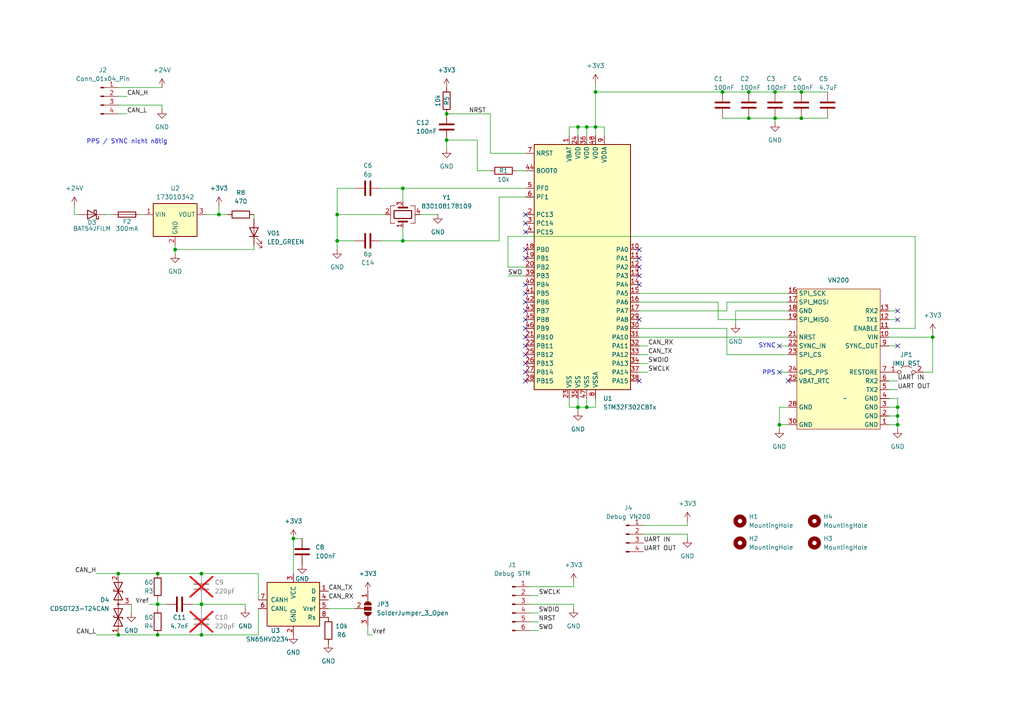
<source format=kicad_sch>
(kicad_sch (version 20231120) (generator "eeschema") (generator_version "8.0")
  (paper "A4")
  (lib_symbols
    (symbol "Connector:Conn_01x04_Pin" (pin_names (offset 1.016) hide)
      (property "Reference" "J" (at 0 5.08 0))
      (property "Value" "Conn_01x04_Pin" (at 0 -7.62 0))
      (symbol "Conn_01x04_Pin_1_1"
        (polyline (pts (xy 1.27 -5.08) (xy 0.8636 -5.08)) (stroke (width 0.1524)))
        (polyline (pts (xy 1.27 -2.54) (xy 0.8636 -2.54)) (stroke (width 0.1524)))
        (polyline (pts (xy 1.27 0) (xy 0.8636 0)) (stroke (width 0.1524)))
        (polyline (pts (xy 1.27 2.54) (xy 0.8636 2.54)) (stroke (width 0.1524)))
        (rectangle (start 0.8636 -4.953) (end 0 -5.207) (stroke (width 0.1524)) (fill (type outline)))
        (rectangle (start 0.8636 -2.413) (end 0 -2.667) (stroke (width 0.1524)) (fill (type outline)))
        (rectangle (start 0.8636 0.127) (end 0 -0.127) (stroke (width 0.1524)) (fill (type outline)))
        (rectangle (start 0.8636 2.667) (end 0 2.413) (stroke (width 0.1524)) (fill (type outline)))
        (pin passive line (at 5.08 2.54 180) (length 3.81) (name "Pin_1") (number "1"))
        (pin passive line (at 5.08 0 180) (length 3.81) (name "Pin_2") (number "2"))
        (pin passive line (at 5.08 -2.54 180) (length 3.81) (name "Pin_3") (number "3"))
        (pin passive line (at 5.08 -5.08 180) (length 3.81) (name "Pin_4") (number "4"))
      )
    )
    (symbol "Connector:Conn_01x06_Pin" (pin_names (offset 1.016) hide)
      (property "Reference" "J" (at 0 7.62 0))
      (property "Value" "Conn_01x06_Pin" (at 0 -10.16 0))
      (symbol "Conn_01x06_Pin_1_1"
        (polyline (pts (xy 1.27 -7.62) (xy 0.8636 -7.62)) (stroke (width 0.1524)))
        (polyline (pts (xy 1.27 -5.08) (xy 0.8636 -5.08)) (stroke (width 0.1524)))
        (polyline (pts (xy 1.27 -2.54) (xy 0.8636 -2.54)) (stroke (width 0.1524)))
        (polyline (pts (xy 1.27 0) (xy 0.8636 0)) (stroke (width 0.1524)))
        (polyline (pts (xy 1.27 2.54) (xy 0.8636 2.54)) (stroke (width 0.1524)))
        (polyline (pts (xy 1.27 5.08) (xy 0.8636 5.08)) (stroke (width 0.1524)))
        (rectangle (start 0.8636 -7.493) (end 0 -7.747) (stroke (width 0.1524)) (fill (type outline)))
        (rectangle (start 0.8636 -4.953) (end 0 -5.207) (stroke (width 0.1524)) (fill (type outline)))
        (rectangle (start 0.8636 -2.413) (end 0 -2.667) (stroke (width 0.1524)) (fill (type outline)))
        (rectangle (start 0.8636 0.127) (end 0 -0.127) (stroke (width 0.1524)) (fill (type outline)))
        (rectangle (start 0.8636 2.667) (end 0 2.413) (stroke (width 0.1524)) (fill (type outline)))
        (rectangle (start 0.8636 5.207) (end 0 4.953) (stroke (width 0.1524)) (fill (type outline)))
        (pin passive line (at 5.08 5.08 180) (length 3.81) (name "Pin_1") (number "1"))
        (pin passive line (at 5.08 2.54 180) (length 3.81) (name "Pin_2") (number "2"))
        (pin passive line (at 5.08 0 180) (length 3.81) (name "Pin_3") (number "3"))
        (pin passive line (at 5.08 -2.54 180) (length 3.81) (name "Pin_4") (number "4"))
        (pin passive line (at 5.08 -5.08 180) (length 3.81) (name "Pin_5") (number "5"))
        (pin passive line (at 5.08 -7.62 180) (length 3.81) (name "Pin_6") (number "6"))
      )
    )
    (symbol "Device:C" (pin_numbers hide) (pin_names (offset 0.254))
      (property "Reference" "C" (at 0.635 2.54 0))
      (property "Value" "C" (at 0.635 -2.54 0))
      (symbol "C_0_1"
        (polyline (pts (xy -2.032 -0.762) (xy 2.032 -0.762)) (stroke (width 0.508)))
        (polyline (pts (xy -2.032 0.762) (xy 2.032 0.762)) (stroke (width 0.508)))
      )
      (symbol "C_1_1"
        (pin passive line (at 0 3.81 270) (length 2.794) (name "~") (number "1"))
        (pin passive line (at 0 -3.81 90) (length 2.794) (name "~") (number "2"))
      )
    )
    (symbol "Device:D_Schottky" (pin_numbers hide) (pin_names (offset 1.016) hide)
      (property "Reference" "D" (at 0 2.54 0))
      (property "Value" "D_Schottky" (at 0 -2.54 0))
      (symbol "D_Schottky_0_1"
        (polyline (pts (xy 1.27 0) (xy -1.27 0)))
        (polyline (pts (xy 1.27 1.27) (xy 1.27 -1.27) (xy -1.27 0) (xy 1.27 1.27)) (stroke (width 0.254)))
        (polyline (pts (xy -1.905 0.635) (xy -1.905 1.27) (xy -1.27 1.27) (xy -1.27 -1.27) (xy -0.635 -1.27) (xy -0.635 -0.635)) (stroke (width 0.254)))
      )
      (symbol "D_Schottky_1_1"
        (pin passive line (at -3.81 0 0) (length 2.54) (name "K") (number "1"))
        (pin passive line (at 3.81 0 180) (length 2.54) (name "A") (number "2"))
      )
    )
    (symbol "Device:D_TVS_Dual_AAC" (pin_names (offset 1.016) hide)
      (property "Reference" "D" (at 0 4.445 0))
      (property "Value" "D_TVS_Dual_AAC" (at 0 2.54 0))
      (symbol "D_TVS_Dual_AAC_0_0"
        (polyline (pts (xy 0 -1.27) (xy 0 0)))
      )
      (symbol "D_TVS_Dual_AAC_0_1"
        (polyline (pts (xy -6.35 0) (xy 6.35 0)))
        (polyline (pts (xy -3.302 1.27) (xy -3.81 1.27) (xy -3.81 -1.27) (xy -4.318 -1.27)) (stroke (width 0.254)))
        (polyline (pts (xy 4.318 1.27) (xy 3.81 1.27) (xy 3.81 -1.27) (xy 3.302 -1.27)) (stroke (width 0.254)))
        (polyline (pts (xy -6.35 1.27) (xy -1.27 -1.27) (xy -1.27 1.27) (xy -6.35 -1.27) (xy -6.35 1.27)) (stroke (width 0.254)))
        (polyline (pts (xy 6.35 1.27) (xy 1.27 -1.27) (xy 1.27 1.27) (xy 6.35 -1.27) (xy 6.35 1.27)) (stroke (width 0.254)))
        (circle (center 0 0) (radius 0.254) (fill (type outline)))
      )
      (symbol "D_TVS_Dual_AAC_1_1"
        (pin passive line (at -8.89 0 0) (length 2.54) (name "A1") (number "1"))
        (pin passive line (at 8.89 0 180) (length 2.54) (name "A2") (number "2"))
        (pin input line (at 0 -3.81 90) (length 2.54) (name "common") (number "3"))
      )
    )
    (symbol "Device:Fuse" (pin_numbers hide) (pin_names (offset 0))
      (property "Reference" "F" (at 2.032 0 90))
      (property "Value" "Fuse" (at -1.905 0 90))
      (symbol "Fuse_0_1"
        (rectangle (start -0.762 -2.54) (end 0.762 2.54) (stroke (width 0.254)))
        (polyline (pts (xy 0 2.54) (xy 0 -2.54)))
      )
      (symbol "Fuse_1_1"
        (pin passive line (at 0 3.81 270) (length 1.27) (name "~") (number "1"))
        (pin passive line (at 0 -3.81 90) (length 1.27) (name "~") (number "2"))
      )
    )
    (symbol "Device:LED" (pin_numbers hide) (pin_names (offset 1.016) hide)
      (property "Reference" "D" (at 0 2.54 0))
      (property "Value" "LED" (at 0 -2.54 0))
      (symbol "LED_0_1"
        (polyline (pts (xy -1.27 -1.27) (xy -1.27 1.27)) (stroke (width 0.254)))
        (polyline (pts (xy -1.27 0) (xy 1.27 0)))
        (polyline (pts (xy 1.27 -1.27) (xy 1.27 1.27) (xy -1.27 0) (xy 1.27 -1.27)) (stroke (width 0.254)))
        (polyline (pts (xy -3.048 -0.762) (xy -4.572 -2.286) (xy -3.81 -2.286) (xy -4.572 -2.286) (xy -4.572 -1.524)))
        (polyline (pts (xy -1.778 -0.762) (xy -3.302 -2.286) (xy -2.54 -2.286) (xy -3.302 -2.286) (xy -3.302 -1.524)))
      )
      (symbol "LED_1_1"
        (pin passive line (at -3.81 0 0) (length 2.54) (name "K") (number "1"))
        (pin passive line (at 3.81 0 180) (length 2.54) (name "A") (number "2"))
      )
    )
    (symbol "Device:R" (pin_numbers hide) (pin_names (offset 0))
      (property "Reference" "R" (at 2.032 0 90))
      (property "Value" "R" (at 0 0 90))
      (symbol "R_0_1"
        (rectangle (start -1.016 -2.54) (end 1.016 2.54) (stroke (width 0.254)))
      )
      (symbol "R_1_1"
        (pin passive line (at 0 3.81 270) (length 1.27) (name "~") (number "1"))
        (pin passive line (at 0 -3.81 90) (length 1.27) (name "~") (number "2"))
      )
    )
    (symbol "FaSTTUBe_Crystals:830108178109" (pin_names (offset 1.016) hide)
      (property "Reference" "Y" (at 3.175 5.08 0))
      (property "Value" "830108178109" (at 3.175 3.175 0))
      (symbol "830108178109_0_1"
        (rectangle (start -1.143 2.54) (end 1.143 -2.54) (stroke (width 0.3048)))
        (polyline (pts (xy -2.54 0) (xy -2.032 0)))
        (polyline (pts (xy -2.032 -1.27) (xy -2.032 1.27)) (stroke (width 0.508)))
        (polyline (pts (xy 0 -3.81) (xy 0 -3.556)))
        (polyline (pts (xy 0 3.556) (xy 0 3.81)))
        (polyline (pts (xy 2.032 -1.27) (xy 2.032 1.27)) (stroke (width 0.508)))
        (polyline (pts (xy 2.032 0) (xy 2.54 0)))
        (polyline (pts (xy -2.54 -2.286) (xy -2.54 -3.556) (xy 2.54 -3.556) (xy 2.54 -2.286)))
        (polyline (pts (xy -2.54 2.286) (xy -2.54 3.556) (xy 2.54 3.556) (xy 2.54 2.286)))
      )
      (symbol "830108178109_1_1"
        (pin passive line (at -3.81 0 0) (length 1.27) (name "1") (number "1"))
        (pin passive line (at 0 5.08 270) (length 1.27) (name "2") (number "2"))
        (pin passive line (at 3.81 0 180) (length 1.27) (name "3") (number "3"))
        (pin passive line (at 0 -5.08 90) (length 1.27) (name "4") (number "4"))
      )
    )
    (symbol "FaSTTUBe_Voltage_Regulators:173010342"
      (property "Reference" "U" (at -1.27 7.874 0))
      (property "Value" "173010342" (at -5.588 6.096 0))
      (symbol "173010342_0_1"
        (rectangle (start -6.35 4.445) (end 6.35 -5.08) (stroke (width 0.254)) (fill (type background)))
      )
      (symbol "173010342_1_1"
        (pin power_in line (at -8.89 1.27 0) (length 2.54) (name "VIN") (number "1"))
        (pin power_in line (at 0 -7.62 90) (length 2.54) (name "GND") (number "2"))
        (pin power_out line (at 8.89 1.27 180) (length 2.54) (name "VOUT") (number "3"))
      )
    )
    (symbol "GND_2" (power) (pin_numbers hide) (pin_names (offset 0) hide)
      (property "Value" "GND" (at 0 -3.81 0))
      (symbol "GND_2_0_1"
        (polyline (pts (xy 0 0) (xy 0 -1.27) (xy 1.27 -1.27) (xy 0 -2.54) (xy -1.27 -1.27) (xy 0 -1.27)))
      )
      (symbol "GND_2_1_1"
        (pin power_in line (at 0 0 270) (length 0) (name "~") (number "1"))
      )
    )
    (symbol "IMUs:VN-200"
      (property "Reference" "VN200" (at -0.635 22.86 0))
      (property "Value" "~" (at 1.27 -11.43 0))
      (symbol "VN-200_1_1"
        (rectangle (start -12.7 20.32) (end 11.43 -20.32) (fill (type background)))
        (pin power_in line (at 13.97 -19.05 180) (length 2.54) (name "GND") (number "1"))
        (pin power_in line (at 13.97 6.35 180) (length 2.54) (name "VIN") (number "10"))
        (pin input line (at 13.97 8.89 180) (length 2.54) (name "ENABLE") (number "11"))
        (pin output line (at 13.97 11.43 180) (length 2.54) (name "TX1") (number "12"))
        (pin input line (at 13.97 13.97 180) (length 2.54) (name "RX2") (number "13"))
        (pin input line (at -15.24 19.05 0) (length 2.54) (name "SPI_SCK") (number "16"))
        (pin input line (at -15.24 16.51 0) (length 2.54) (name "SPI_MOSI") (number "17"))
        (pin power_in line (at -15.24 13.97 0) (length 2.54) (name "GND") (number "18"))
        (pin output line (at -15.24 11.43 0) (length 2.54) (name "SPI_MISO") (number "19"))
        (pin power_in line (at 13.97 -16.51 180) (length 2.54) (name "GND") (number "2"))
        (pin input line (at -15.24 6.35 0) (length 2.54) (name "NRST") (number "21"))
        (pin input line (at -15.24 3.81 0) (length 2.54) (name "SYNC_IN") (number "22"))
        (pin input line (at -15.24 1.27 0) (length 2.54) (name "SPI_CS") (number "23"))
        (pin output line (at -15.24 -3.81 0) (length 2.54) (name "GPS_PPS") (number "24"))
        (pin power_in line (at -15.24 -6.35 0) (length 2.54) (name "VBAT_RTC") (number "25"))
        (pin power_in line (at -15.24 -13.97 0) (length 2.54) (name "GND") (number "28"))
        (pin power_in line (at 13.97 -13.97 180) (length 2.54) (name "GND") (number "3"))
        (pin power_in line (at -15.24 -19.05 0) (length 2.54) (name "GND") (number "30"))
        (pin power_in line (at 13.97 -11.43 180) (length 2.54) (name "GND") (number "4"))
        (pin output line (at 13.97 -8.89 180) (length 2.54) (name "TX2") (number "5"))
        (pin input line (at 13.97 -6.35 180) (length 2.54) (name "RX2") (number "6"))
        (pin input line (at 13.97 -3.81 180) (length 2.54) (name "RESTORE") (number "7"))
        (pin output line (at 13.97 3.81 180) (length 2.54) (name "SYNC_OUT") (number "9"))
      )
    )
    (symbol "Interface_CAN_LIN:SN65HVD231" (pin_names (offset 1.016))
      (property "Reference" "U" (at -2.54 10.16 0))
      (property "Value" "SN65HVD231" (at -2.54 7.62 0))
      (symbol "SN65HVD231_0_1"
        (rectangle (start -7.62 5.08) (end 7.62 -7.62) (stroke (width 0.254)) (fill (type background)))
      )
      (symbol "SN65HVD231_1_1"
        (pin input line (at -10.16 2.54 0) (length 2.54) (name "D") (number "1"))
        (pin power_in line (at 0 -10.16 90) (length 2.54) (name "GND") (number "2"))
        (pin power_in line (at 0 7.62 270) (length 2.54) (name "VCC") (number "3"))
        (pin output line (at -10.16 0 0) (length 2.54) (name "R") (number "4"))
        (pin output line (at -10.16 -2.54 0) (length 2.54) (name "Vref") (number "5"))
        (pin bidirectional line (at 10.16 -2.54 180) (length 2.54) (name "CANL") (number "6"))
        (pin bidirectional line (at 10.16 0 180) (length 2.54) (name "CANH") (number "7"))
        (pin input line (at -10.16 -5.08 0) (length 2.54) (name "Rs") (number "8"))
      )
    )
    (symbol "Jumper:Jumper_2_Open" (pin_names (offset 0) hide)
      (property "Reference" "JP" (at 0 2.794 0))
      (property "Value" "Jumper_2_Open" (at 0 -2.286 0))
      (symbol "Jumper_2_Open_0_0"
        (circle (center -2.032 0) (radius 0.508))
        (circle (center 2.032 0) (radius 0.508))
      )
      (symbol "Jumper_2_Open_0_1"
        (arc (start 1.524 1.27) (mid 0 1.778) (end -1.524 1.27))
      )
      (symbol "Jumper_2_Open_1_1"
        (pin passive line (at -5.08 0 0) (length 2.54) (name "A") (number "1"))
        (pin passive line (at 5.08 0 180) (length 2.54) (name "B") (number "2"))
      )
    )
    (symbol "Jumper:SolderJumper_3_Open" (pin_names (offset 0) hide)
      (property "Reference" "JP" (at -2.54 -2.54 0))
      (property "Value" "SolderJumper_3_Open" (at 0 2.794 0))
      (symbol "SolderJumper_3_Open_0_1"
        (arc (start -1.016 1.016) (mid -2.0276 0) (end -1.016 -1.016))
        (arc (start -1.016 1.016) (mid -2.0276 0) (end -1.016 -1.016) (fill (type outline)))
        (rectangle (start -0.508 1.016) (end 0.508 -1.016) (fill (type outline)))
        (polyline (pts (xy -2.54 0) (xy -2.032 0)))
        (polyline (pts (xy -1.016 1.016) (xy -1.016 -1.016)))
        (polyline (pts (xy 0 -1.27) (xy 0 -1.016)))
        (polyline (pts (xy 1.016 1.016) (xy 1.016 -1.016)))
        (polyline (pts (xy 2.54 0) (xy 2.032 0)))
        (arc (start 1.016 -1.016) (mid 2.0276 0) (end 1.016 1.016))
        (arc (start 1.016 -1.016) (mid 2.0276 0) (end 1.016 1.016) (fill (type outline)))
      )
      (symbol "SolderJumper_3_Open_1_1"
        (pin passive line (at -5.08 0 0) (length 2.54) (name "A") (number "1"))
        (pin passive line (at 0 -3.81 90) (length 2.54) (name "C") (number "2"))
        (pin passive line (at 5.08 0 180) (length 2.54) (name "B") (number "3"))
      )
    )
    (symbol "MCU_ST_STM32F3:STM32F302CBTx"
      (property "Reference" "U" (at -15.24 36.83 0))
      (property "Value" "STM32F302CBTx" (at 7.62 36.83 0))
      (symbol "STM32F302CBTx_0_1"
        (rectangle (start -15.24 -35.56) (end 12.7 35.56) (stroke (width 0.254)) (fill (type background)))
      )
      (symbol "STM32F302CBTx_1_1"
        (pin power_in line (at -5.08 38.1 270) (length 2.54) (name "VBAT") (number "1"))
        (pin bidirectional line (at 15.24 5.08 180) (length 2.54) (name "PA0") (number "10"))
        (pin bidirectional line (at 15.24 2.54 180) (length 2.54) (name "PA1") (number "11"))
        (pin bidirectional line (at 15.24 0 180) (length 2.54) (name "PA2") (number "12"))
        (pin bidirectional line (at 15.24 -2.54 180) (length 2.54) (name "PA3") (number "13"))
        (pin bidirectional line (at 15.24 -5.08 180) (length 2.54) (name "PA4") (number "14"))
        (pin bidirectional line (at 15.24 -7.62 180) (length 2.54) (name "PA5") (number "15"))
        (pin bidirectional line (at 15.24 -10.16 180) (length 2.54) (name "PA6") (number "16"))
        (pin bidirectional line (at 15.24 -12.7 180) (length 2.54) (name "PA7") (number "17"))
        (pin bidirectional line (at -17.78 5.08 0) (length 2.54) (name "PB0") (number "18"))
        (pin bidirectional line (at -17.78 2.54 0) (length 2.54) (name "PB1") (number "19"))
        (pin bidirectional line (at -17.78 15.24 0) (length 2.54) (name "PC13") (number "2"))
        (pin bidirectional line (at -17.78 0 0) (length 2.54) (name "PB2") (number "20"))
        (pin bidirectional line (at -17.78 -20.32 0) (length 2.54) (name "PB10") (number "21"))
        (pin bidirectional line (at -17.78 -22.86 0) (length 2.54) (name "PB11") (number "22"))
        (pin power_in line (at -5.08 -38.1 90) (length 2.54) (name "VSS") (number "23"))
        (pin power_in line (at -2.54 38.1 270) (length 2.54) (name "VDD") (number "24"))
        (pin bidirectional line (at -17.78 -25.4 0) (length 2.54) (name "PB12") (number "25"))
        (pin bidirectional line (at -17.78 -27.94 0) (length 2.54) (name "PB13") (number "26"))
        (pin bidirectional line (at -17.78 -30.48 0) (length 2.54) (name "PB14") (number "27"))
        (pin bidirectional line (at -17.78 -33.02 0) (length 2.54) (name "PB15") (number "28"))
        (pin bidirectional line (at 15.24 -15.24 180) (length 2.54) (name "PA8") (number "29"))
        (pin bidirectional line (at -17.78 12.7 0) (length 2.54) (name "PC14") (number "3"))
        (pin bidirectional line (at 15.24 -17.78 180) (length 2.54) (name "PA9") (number "30"))
        (pin bidirectional line (at 15.24 -20.32 180) (length 2.54) (name "PA10") (number "31"))
        (pin bidirectional line (at 15.24 -22.86 180) (length 2.54) (name "PA11") (number "32"))
        (pin bidirectional line (at 15.24 -25.4 180) (length 2.54) (name "PA12") (number "33"))
        (pin bidirectional line (at 15.24 -27.94 180) (length 2.54) (name "PA13") (number "34"))
        (pin power_in line (at -2.54 -38.1 90) (length 2.54) (name "VSS") (number "35"))
        (pin power_in line (at 0 38.1 270) (length 2.54) (name "VDD") (number "36"))
        (pin bidirectional line (at 15.24 -30.48 180) (length 2.54) (name "PA14") (number "37"))
        (pin bidirectional line (at 15.24 -33.02 180) (length 2.54) (name "PA15") (number "38"))
        (pin bidirectional line (at -17.78 -2.54 0) (length 2.54) (name "PB3") (number "39"))
        (pin bidirectional line (at -17.78 10.16 0) (length 2.54) (name "PC15") (number "4"))
        (pin bidirectional line (at -17.78 -5.08 0) (length 2.54) (name "PB4") (number "40"))
        (pin bidirectional line (at -17.78 -7.62 0) (length 2.54) (name "PB5") (number "41"))
        (pin bidirectional line (at -17.78 -10.16 0) (length 2.54) (name "PB6") (number "42"))
        (pin bidirectional line (at -17.78 -12.7 0) (length 2.54) (name "PB7") (number "43"))
        (pin input line (at -17.78 27.94 0) (length 2.54) (name "BOOT0") (number "44"))
        (pin bidirectional line (at -17.78 -15.24 0) (length 2.54) (name "PB8") (number "45"))
        (pin bidirectional line (at -17.78 -17.78 0) (length 2.54) (name "PB9") (number "46"))
        (pin power_in line (at 0 -38.1 90) (length 2.54) (name "VSS") (number "47"))
        (pin power_in line (at 2.54 38.1 270) (length 2.54) (name "VDD") (number "48"))
        (pin input line (at -17.78 22.86 0) (length 2.54) (name "PF0") (number "5"))
        (pin input line (at -17.78 20.32 0) (length 2.54) (name "PF1") (number "6"))
        (pin input line (at -17.78 33.02 0) (length 2.54) (name "NRST") (number "7"))
        (pin power_in line (at 2.54 -38.1 90) (length 2.54) (name "VSSA") (number "8"))
        (pin power_in line (at 5.08 38.1 270) (length 2.54) (name "VDDA") (number "9"))
      )
    )
    (symbol "Mechanical:MountingHole" (pin_names (offset 1.016)) (exclude_from_sim yes) (in_bom no)
      (property "Reference" "H" (at 0 5.08 0))
      (property "Value" "MountingHole" (at 0 3.175 0))
      (symbol "MountingHole_0_1"
        (circle (center 0 0) (radius 1.27) (stroke (width 1.27)))
      )
    )
    (symbol "power:+24V" (power) (pin_numbers hide) (pin_names (offset 0) hide)
      (property "Value" "+24V" (at 0 3.556 0))
      (symbol "+24V_0_1"
        (polyline (pts (xy -0.762 1.27) (xy 0 2.54)))
        (polyline (pts (xy 0 0) (xy 0 2.54)))
        (polyline (pts (xy 0 2.54) (xy 0.762 1.27)))
      )
      (symbol "+24V_1_1"
        (pin power_in line (at 0 0 90) (length 0) (name "~") (number "1"))
      )
    )
    (symbol "power:+3V3" (power) (pin_numbers hide) (pin_names (offset 0) hide)
      (property "Value" "+3V3" (at 0 3.556 0))
      (symbol "+3V3_0_1"
        (polyline (pts (xy -0.762 1.27) (xy 0 2.54)))
        (polyline (pts (xy 0 0) (xy 0 2.54)))
        (polyline (pts (xy 0 2.54) (xy 0.762 1.27)))
      )
      (symbol "+3V3_1_1"
        (pin power_in line (at 0 0 90) (length 0) (name "~") (number "1"))
      )
    )
  )
  (junction (at 129.54 33.02))
  (junction (at 217.17 34.29))
  (junction (at 170.18 36.83))
  (junction (at 45.72 184.15))
  (junction (at 226.06 123.19))
  (junction (at 34.29 166.37))
  (junction (at 172.72 36.83))
  (junction (at 170.18 118.11))
  (junction (at 45.72 166.37))
  (junction (at 172.72 26.67))
  (junction (at 45.72 175.26))
  (junction (at 167.64 118.11))
  (junction (at 58.42 175.26))
  (junction (at 50.8 72.39))
  (junction (at 260.35 123.19))
  (junction (at 58.42 184.15))
  (junction (at 167.64 36.83))
  (junction (at 129.54 40.64))
  (junction (at 97.79 69.85))
  (junction (at 224.79 26.67))
  (junction (at 270.51 97.79))
  (junction (at 34.29 184.15))
  (junction (at 85.09 156.21))
  (junction (at 217.17 26.67))
  (junction (at 232.41 26.67))
  (junction (at 209.55 26.67))
  (junction (at 224.79 34.29))
  (junction (at 116.84 54.61))
  (junction (at 260.35 120.65))
  (junction (at 260.35 118.11))
  (junction (at 97.79 62.23))
  (junction (at 58.42 166.37))
  (junction (at 63.5 62.23))
  (junction (at 116.84 69.85))
  (junction (at 232.41 34.29))
  (no_connect (at 152.4 105.41))
  (no_connect (at 152.4 74.93))
  (no_connect (at 152.4 102.87))
  (no_connect (at 185.42 77.47))
  (no_connect (at 152.4 110.49))
  (no_connect (at 260.35 90.17))
  (no_connect (at 152.4 92.71))
  (no_connect (at 152.4 100.33))
  (no_connect (at 152.4 95.25))
  (no_connect (at 152.4 87.63))
  (no_connect (at 260.35 100.33))
  (no_connect (at 152.4 62.23))
  (no_connect (at 185.42 72.39))
  (no_connect (at 228.6 110.49))
  (no_connect (at 152.4 64.77))
  (no_connect (at 152.4 67.31))
  (no_connect (at 185.42 92.71))
  (no_connect (at 226.06 100.33))
  (no_connect (at 185.42 80.01))
  (no_connect (at 226.06 107.95))
  (no_connect (at 152.4 107.95))
  (no_connect (at 185.42 110.49))
  (no_connect (at 185.42 74.93))
  (no_connect (at 152.4 90.17))
  (no_connect (at 152.4 85.09))
  (no_connect (at 185.42 82.55))
  (no_connect (at 152.4 72.39))
  (no_connect (at 260.35 92.71))
  (no_connect (at 152.4 82.55))
  (no_connect (at 152.4 97.79))
  (wire (pts (xy 106.68 184.15) (xy 106.68 181.61)))
  (wire (pts (xy 116.84 69.85) (xy 144.78 69.85)))
  (wire (pts (xy 138.43 49.53) (xy 142.24 49.53)))
  (wire (pts (xy 260.35 123.19) (xy 260.35 120.65)))
  (wire (pts (xy 210.82 102.87) (xy 228.6 102.87)))
  (wire (pts (xy 74.93 173.99) (xy 74.93 166.37)))
  (wire (pts (xy 45.72 184.15) (xy 58.42 184.15)))
  (wire (pts (xy 210.82 87.63) (xy 228.6 87.63)))
  (wire (pts (xy 74.93 166.37) (xy 58.42 166.37)))
  (wire (pts (xy 73.66 72.39) (xy 73.66 71.12)))
  (wire (pts (xy 149.86 49.53) (xy 152.4 49.53)))
  (wire (pts (xy 170.18 36.83) (xy 170.18 39.37)))
  (wire (pts (xy 95.25 176.53) (xy 102.87 176.53)))
  (wire (pts (xy 186.69 154.94) (xy 199.39 154.94)))
  (wire (pts (xy 43.18 175.26) (xy 45.72 175.26)))
  (wire (pts (xy 142.24 44.45) (xy 152.4 44.45)))
  (wire (pts (xy 34.29 25.4) (xy 46.99 25.4)))
  (wire (pts (xy 121.92 62.23) (xy 127 62.23)))
  (wire (pts (xy 147.32 68.58) (xy 265.43 68.58)))
  (wire (pts (xy 257.81 97.79) (xy 270.51 97.79)))
  (wire (pts (xy 185.42 95.25) (xy 210.82 95.25)))
  (wire (pts (xy 116.84 54.61) (xy 116.84 58.42)))
  (wire (pts (xy 170.18 36.83) (xy 172.72 36.83)))
  (wire (pts (xy 97.79 62.23) (xy 111.76 62.23)))
  (wire (pts (xy 217.17 34.29) (xy 224.79 34.29)))
  (wire (pts (xy 232.41 34.29) (xy 240.03 34.29)))
  (wire (pts (xy 170.18 118.11) (xy 170.18 115.57)))
  (wire (pts (xy 208.28 87.63) (xy 208.28 92.71)))
  (wire (pts (xy 147.32 68.58) (xy 147.32 77.47)))
  (wire (pts (xy 260.35 100.33) (xy 257.81 100.33)))
  (wire (pts (xy 27.94 184.15) (xy 34.29 184.15)))
  (wire (pts (xy 97.79 69.85) (xy 97.79 72.39)))
  (wire (pts (xy 185.42 85.09) (xy 228.6 85.09)))
  (wire (pts (xy 199.39 154.94) (xy 199.39 156.21)))
  (wire (pts (xy 267.97 107.95) (xy 270.51 107.95)))
  (wire (pts (xy 270.51 107.95) (xy 270.51 97.79)))
  (wire (pts (xy 217.17 26.67) (xy 224.79 26.67)))
  (wire (pts (xy 34.29 166.37) (xy 45.72 166.37)))
  (wire (pts (xy 66.04 62.23) (xy 63.5 62.23)))
  (wire (pts (xy 50.8 73.66) (xy 50.8 72.39)))
  (wire (pts (xy 210.82 95.25) (xy 210.82 102.87)))
  (wire (pts (xy 73.66 63.5) (xy 73.66 62.23)))
  (wire (pts (xy 226.06 123.19) (xy 228.6 123.19)))
  (wire (pts (xy 199.39 151.13) (xy 199.39 152.4)))
  (wire (pts (xy 228.6 118.11) (xy 226.06 118.11)))
  (wire (pts (xy 170.18 118.11) (xy 172.72 118.11)))
  (wire (pts (xy 50.8 72.39) (xy 73.66 72.39)))
  (wire (pts (xy 172.72 118.11) (xy 172.72 115.57)))
  (wire (pts (xy 165.1 36.83) (xy 167.64 36.83)))
  (wire (pts (xy 27.94 166.37) (xy 34.29 166.37)))
  (wire (pts (xy 185.42 90.17) (xy 210.82 90.17)))
  (wire (pts (xy 224.79 26.67) (xy 232.41 26.67)))
  (wire (pts (xy 232.41 26.67) (xy 240.03 26.67)))
  (wire (pts (xy 187.96 100.33) (xy 185.42 100.33)))
  (wire (pts (xy 50.8 72.39) (xy 50.8 71.12)))
  (wire (pts (xy 147.32 77.47) (xy 152.4 77.47)))
  (wire (pts (xy 167.64 36.83) (xy 167.64 39.37)))
  (wire (pts (xy 85.09 156.21) (xy 85.09 166.37)))
  (wire (pts (xy 187.96 105.41) (xy 185.42 105.41)))
  (wire (pts (xy 260.35 90.17) (xy 257.81 90.17)))
  (wire (pts (xy 153.67 175.26) (xy 166.37 175.26)))
  (wire (pts (xy 147.32 80.01) (xy 152.4 80.01)))
  (wire (pts (xy 45.72 166.37) (xy 58.42 166.37)))
  (wire (pts (xy 187.96 107.95) (xy 185.42 107.95)))
  (wire (pts (xy 74.93 176.53) (xy 74.93 184.15)))
  (wire (pts (xy 85.09 156.21) (xy 87.63 156.21)))
  (wire (pts (xy 116.84 66.04) (xy 116.84 69.85)))
  (wire (pts (xy 129.54 43.18) (xy 129.54 40.64)))
  (wire (pts (xy 175.26 36.83) (xy 175.26 39.37)))
  (wire (pts (xy 228.6 90.17) (xy 213.36 90.17)))
  (wire (pts (xy 172.72 36.83) (xy 172.72 39.37)))
  (wire (pts (xy 257.81 95.25) (xy 265.43 95.25)))
  (wire (pts (xy 21.59 62.23) (xy 22.86 62.23)))
  (wire (pts (xy 97.79 62.23) (xy 97.79 69.85)))
  (wire (pts (xy 107.95 184.15) (xy 106.68 184.15)))
  (wire (pts (xy 63.5 59.69) (xy 63.5 62.23)))
  (wire (pts (xy 129.54 40.64) (xy 138.43 40.64)))
  (wire (pts (xy 260.35 92.71) (xy 257.81 92.71)))
  (wire (pts (xy 138.43 40.64) (xy 138.43 49.53)))
  (wire (pts (xy 185.42 87.63) (xy 208.28 87.63)))
  (wire (pts (xy 226.06 100.33) (xy 228.6 100.33)))
  (wire (pts (xy 224.79 34.29) (xy 232.41 34.29)))
  (wire (pts (xy 40.64 62.23) (xy 41.91 62.23)))
  (wire (pts (xy 34.29 30.48) (xy 46.99 30.48)))
  (wire (pts (xy 144.78 57.15) (xy 152.4 57.15)))
  (wire (pts (xy 36.83 33.02) (xy 34.29 33.02)))
  (wire (pts (xy 71.12 176.53) (xy 71.12 175.26)))
  (wire (pts (xy 34.29 184.15) (xy 45.72 184.15)))
  (wire (pts (xy 59.69 62.23) (xy 63.5 62.23)))
  (wire (pts (xy 110.49 54.61) (xy 116.84 54.61)))
  (wire (pts (xy 224.79 35.56) (xy 224.79 34.29)))
  (wire (pts (xy 260.35 120.65) (xy 260.35 118.11)))
  (wire (pts (xy 210.82 90.17) (xy 210.82 87.63)))
  (wire (pts (xy 46.99 31.75) (xy 46.99 30.48)))
  (wire (pts (xy 213.36 90.17) (xy 213.36 93.98)))
  (wire (pts (xy 166.37 168.91) (xy 166.37 170.18)))
  (wire (pts (xy 226.06 107.95) (xy 228.6 107.95)))
  (wire (pts (xy 167.64 36.83) (xy 170.18 36.83)))
  (wire (pts (xy 260.35 124.46) (xy 260.35 123.19)))
  (wire (pts (xy 142.24 33.02) (xy 129.54 33.02)))
  (wire (pts (xy 172.72 26.67) (xy 172.72 36.83)))
  (wire (pts (xy 110.49 69.85) (xy 116.84 69.85)))
  (wire (pts (xy 167.64 119.38) (xy 167.64 118.11)))
  (wire (pts (xy 142.24 44.45) (xy 142.24 33.02)))
  (wire (pts (xy 172.72 26.67) (xy 209.55 26.67)))
  (wire (pts (xy 187.96 102.87) (xy 185.42 102.87)))
  (wire (pts (xy 172.72 24.13) (xy 172.72 26.67)))
  (wire (pts (xy 257.81 120.65) (xy 260.35 120.65)))
  (wire (pts (xy 55.88 175.26) (xy 58.42 175.26)))
  (wire (pts (xy 97.79 69.85) (xy 102.87 69.85)))
  (wire (pts (xy 208.28 92.71) (xy 228.6 92.71)))
  (wire (pts (xy 97.79 54.61) (xy 97.79 62.23)))
  (wire (pts (xy 45.72 173.99) (xy 45.72 175.26)))
  (wire (pts (xy 226.06 124.46) (xy 226.06 123.19)))
  (wire (pts (xy 116.84 54.61) (xy 152.4 54.61)))
  (wire (pts (xy 153.67 177.8) (xy 156.21 177.8)))
  (wire (pts (xy 260.35 113.03) (xy 257.81 113.03)))
  (wire (pts (xy 257.81 123.19) (xy 260.35 123.19)))
  (wire (pts (xy 165.1 118.11) (xy 165.1 115.57)))
  (wire (pts (xy 45.72 176.53) (xy 45.72 175.26)))
  (wire (pts (xy 199.39 152.4) (xy 186.69 152.4)))
  (wire (pts (xy 165.1 118.11) (xy 167.64 118.11)))
  (wire (pts (xy 144.78 69.85) (xy 144.78 57.15)))
  (wire (pts (xy 209.55 34.29) (xy 217.17 34.29)))
  (wire (pts (xy 45.72 175.26) (xy 48.26 175.26)))
  (wire (pts (xy 175.26 36.83) (xy 172.72 36.83)))
  (wire (pts (xy 167.64 118.11) (xy 167.64 115.57)))
  (wire (pts (xy 74.93 184.15) (xy 58.42 184.15)))
  (wire (pts (xy 165.1 36.83) (xy 165.1 39.37)))
  (wire (pts (xy 58.42 173.99) (xy 58.42 175.26)))
  (wire (pts (xy 166.37 175.26) (xy 166.37 176.53)))
  (wire (pts (xy 21.59 59.69) (xy 21.59 62.23)))
  (wire (pts (xy 226.06 118.11) (xy 226.06 123.19)))
  (wire (pts (xy 156.21 172.72) (xy 153.67 172.72)))
  (wire (pts (xy 102.87 54.61) (xy 97.79 54.61)))
  (wire (pts (xy 167.64 118.11) (xy 170.18 118.11)))
  (wire (pts (xy 153.67 182.88) (xy 156.21 182.88)))
  (wire (pts (xy 71.12 175.26) (xy 58.42 175.26)))
  (wire (pts (xy 265.43 68.58) (xy 265.43 95.25)))
  (wire (pts (xy 260.35 115.57) (xy 257.81 115.57)))
  (wire (pts (xy 257.81 118.11) (xy 260.35 118.11)))
  (wire (pts (xy 185.42 97.79) (xy 228.6 97.79)))
  (wire (pts (xy 260.35 110.49) (xy 257.81 110.49)))
  (wire (pts (xy 38.1 175.26) (xy 38.1 177.8)))
  (wire (pts (xy 58.42 176.53) (xy 58.42 175.26)))
  (wire (pts (xy 270.51 96.52) (xy 270.51 97.79)))
  (wire (pts (xy 36.83 27.94) (xy 34.29 27.94)))
  (wire (pts (xy 30.48 62.23) (xy 33.02 62.23)))
  (wire (pts (xy 166.37 170.18) (xy 153.67 170.18)))
  (wire (pts (xy 260.35 118.11) (xy 260.35 115.57)))
  (wire (pts (xy 209.55 26.67) (xy 217.17 26.67)))
  (wire (pts (xy 153.67 180.34) (xy 156.21 180.34)))
  (text "SYNC" (at 222.504 100.33 0) (effects (font (size 1.27 1.27))))
  (text "PPS\n" (at 223.012 108.204 0) (effects (font (size 1.27 1.27))))
  (text "PPS / SYNC nicht nötig" (at 36.83 41.148 0) (effects (font (size 1.27 1.27))))
  (label "Vref" (at 107.95 184.15 0))
  (label "NRST" (at 156.21 180.34 0))
  (label "CAN_TX" (at 95.25 171.45 0))
  (label "CAN_L" (at 36.83 33.02 0))
  (label "SWO" (at 156.21 182.88 0))
  (label "SWCLK" (at 156.21 172.72 0))
  (label "CAN_H" (at 27.94 166.37 180))
  (label "UART IN" (at 260.35 110.49 0))
  (label "CAN_H" (at 36.83 27.94 0))
  (label "Vref" (at 43.18 175.26 180))
  (label "CAN_L" (at 27.94 184.15 180))
  (label "SWCLK" (at 187.96 107.95 0))
  (label "SWO" (at 147.32 80.01 0))
  (label "UART OUT" (at 260.35 113.03 0))
  (label "SWDIO" (at 156.21 177.8 0))
  (label "CAN_RX" (at 95.25 173.99 0))
  (label "CAN_TX" (at 187.96 102.87 0))
  (label "UART OUT" (at 186.69 160.02 0))
  (label "CAN_RX" (at 187.96 100.33 0))
  (label "NRST" (at 140.97 33.02 180))
  (label "UART IN" (at 186.69 157.48 0))
  (label "SWDIO" (at 187.96 105.41 0))
  (symbol (lib_id "Device:C") (at 232.41 30.48 0) (unit 1)
    (property "Reference" "C4" (at 229.87 22.86 0) (effects (justify left)))
    (property "Value" "100nF" (at 229.87 25.4 0) (effects (justify left)))
    (property "Footprint" "Capacitor_SMD:C_0603_1608Metric_Pad1.08x0.95mm_HandSolder" (effects (hide yes)))
  )
  (symbol (lib_id "Device:C") (at 58.42 170.18 0) (unit 1) (dnp yes)
    (property "Reference" "C9" (at 62.23 168.91 0) (effects (justify left)))
    (property "Value" "220pF" (at 62.23 171.45 0) (effects (justify left)))
    (property "Footprint" "Capacitor_SMD:C_0603_1608Metric_Pad1.08x0.95mm_HandSolder" (effects (hide yes)))
  )
  (symbol (lib_id "Device:C") (at 87.63 160.02 0) (unit 1)
    (property "Reference" "C8" (at 91.44 158.75 0) (effects (justify left)))
    (property "Value" "100nF" (at 91.44 161.29 0) (effects (justify left)))
    (property "Footprint" "Capacitor_SMD:C_0603_1608Metric_Pad1.08x0.95mm_HandSolder" (effects (hide yes)))
  )
  (symbol (lib_id "Device:R") (at 129.54 29.21 0) (unit 1)
    (property "Reference" "R5" (at 129.54 29.21 90))
    (property "Value" "10k" (at 127 29.21 90))
    (property "Footprint" "Resistor_SMD:R_0603_1608Metric_Pad0.98x0.95mm_HandSolder" (effects (hide yes)))
  )
  (symbol (lib_name "GND_2") (lib_id "power:GND") (at 127 62.23 0) (unit 1)
    (property "Reference" "#PWR026" (effects (hide yes)))
    (property "Value" "GND" (at 127 67.31 0))
    (property "Description" "Power symbol creates a global label with name \"GND\" , ground" (effects (hide yes)))
  )
  (symbol (lib_name "GND_2") (lib_id "power:GND") (at 213.36 93.98 0) (unit 1)
    (property "Reference" "#PWR05" (effects (hide yes)))
    (property "Value" "GND" (at 213.36 99.06 0))
    (property "Description" "Power symbol creates a global label with name \"GND\" , ground" (effects (hide yes)))
  )
  (symbol (lib_name "GND_2") (lib_id "power:GND") (at 129.54 43.18 0) (unit 1)
    (property "Reference" "#PWR013" (effects (hide yes)))
    (property "Value" "GND" (at 129.54 48.26 0))
    (property "Description" "Power symbol creates a global label with name \"GND\" , ground" (effects (hide yes)))
  )
  (symbol (lib_id "Device:D_Schottky") (at 26.67 62.23 180) (unit 1)
    (property "Reference" "D3" (at 26.67 64.516 0))
    (property "Value" "BAT54JFILM" (at 26.67 66.294 0))
    (property "Footprint" "Diode_SMD:D_SOD-323" (effects (hide yes)))
    (property "Description" "Schottky diode" (effects (hide yes)))
  )
  (symbol (lib_id "Interface_CAN_LIN:SN65HVD231") (at 85.09 173.99 0) (mirror y) (unit 1)
    (property "Reference" "U3" (at 81.28 182.88 0) (effects (justify left)))
    (property "Value" "SN65HVD234" (at 83.82 185.42 0) (effects (justify left)))
    (property "Footprint" "Package_SO:SOIC-8_3.9x4.9mm_P1.27mm" (effects (hide yes)))
    (property "Datasheet" "http://www.ti.com/lit/ds/symlink/sn65hvd230.pdf" (effects (hide yes)))
  )
  (symbol (lib_id "Device:C") (at 52.07 175.26 90) (unit 1)
    (property "Reference" "C11" (at 52.07 179.07 90))
    (property "Value" "4.7nF" (at 52.07 181.61 90))
    (property "Footprint" "Capacitor_SMD:C_0603_1608Metric_Pad1.08x0.95mm_HandSolder" (effects (hide yes)))
  )
  (symbol (lib_id "Device:C") (at 224.79 30.48 0) (unit 1)
    (property "Reference" "C3" (at 222.25 22.86 0) (effects (justify left)))
    (property "Value" "100nF" (at 222.25 25.4 0) (effects (justify left)))
    (property "Footprint" "Capacitor_SMD:C_0603_1608Metric_Pad1.08x0.95mm_HandSolder" (effects (hide yes)))
  )
  (symbol (lib_id "power:+24V") (at 46.99 25.4 0) (unit 1)
    (property "Reference" "#PWR023" (effects (hide yes)))
    (property "Value" "+24V" (at 46.99 20.32 0))
    (property "Description" "Power symbol creates a global label with name \"+24V\"" (effects (hide yes)))
  )
  (symbol (lib_id "power:+3V3") (at 270.51 96.52 0) (unit 1)
    (property "Reference" "#PWR06" (effects (hide yes)))
    (property "Value" "+3V3" (at 270.51 91.44 0))
    (property "Description" "Power symbol creates a global label with name \"+3V3\"" (effects (hide yes)))
  )
  (symbol (lib_id "Mechanical:MountingHole") (at 214.63 157.48 0) (unit 1) (exclude_from_sim yes) (in_bom no)
    (property "Reference" "H2" (at 217.17 156.2099 0) (effects (justify left)))
    (property "Value" "MountingHole" (at 217.17 158.7499 0) (effects (justify left)))
    (property "Footprint" "MountingHole:MountingHole_3.2mm_M3" (effects (hide yes)))
    (property "Description" "Mounting Hole without connection" (effects (hide yes)))
  )
  (symbol (lib_id "Device:R") (at 45.72 180.34 180) (unit 1)
    (property "Reference" "R4" (at 43.18 181.61 0))
    (property "Value" "60" (at 43.18 179.07 0))
    (property "Footprint" "Resistor_SMD:R_0603_1608Metric_Pad0.98x0.95mm_HandSolder" (effects (hide yes)))
  )
  (symbol (lib_id "IMUs:VN-200") (at 243.84 104.14 0) (unit 1)
    (property "Reference" "VN200" (at 243.205 81.28 0))
    (property "Value" "~" (at 245.11 115.57 0))
    (property "Footprint" "IMU:VN-200" (effects (hide yes)))
    (property "Datasheet" "https://geo-matching.com/media/migrationalhfm7.pdf" (effects (hide yes)))
  )
  (symbol (lib_id "Device:LED") (at 73.66 67.31 90) (unit 1)
    (property "Reference" "VO1" (at 77.47 67.6274 90) (effects (justify right)))
    (property "Value" "LED_GREEN" (at 77.47 70.1674 90) (effects (justify right)))
    (property "Footprint" "LED_SMD:LED_0603_1608Metric_Pad1.05x0.95mm_HandSolder" (effects (hide yes)))
  )
  (symbol (lib_id "Connector:Conn_01x04_Pin") (at 29.21 27.94 0) (unit 1)
    (property "Reference" "J2" (at 29.845 20.32 0))
    (property "Value" "Conn_01x04_Pin" (at 29.845 22.86 0))
    (property "Footprint" "FaSTTUBe_connectors:M8_718_4pin_horizontal" (effects (hide yes)))
    (property "Description" "Generic connector, single row, 01x04, script generated" (effects (hide yes)))
  )
  (symbol (lib_id "Connector:Conn_01x06_Pin") (at 148.59 175.26 0) (unit 1)
    (property "Reference" "J1" (at 148.59 163.83 0))
    (property "Value" "Debug STM" (at 148.59 166.37 0))
    (property "Footprint" "Connector_PinHeader_2.54mm:PinHeader_1x06_P2.54mm_Vertical" (effects (hide yes)))
    (property "Description" "Generic connector, single row, 01x06, script generated" (effects (hide yes)))
  )
  (symbol (lib_name "GND_2") (lib_id "power:GND") (at 50.8 73.66 0) (unit 1)
    (property "Reference" "#PWR029" (effects (hide yes)))
    (property "Value" "GND" (at 50.8 78.74 0))
    (property "Description" "Power symbol creates a global label with name \"GND\" , ground" (effects (hide yes)))
  )
  (symbol (lib_id "Device:D_TVS_Dual_AAC") (at 34.29 175.26 90) (unit 1)
    (property "Reference" "D4" (at 31.75 173.99 90) (effects (justify left)))
    (property "Value" "CDSOT23-T24CAN" (at 31.75 176.53 90) (effects (justify left)))
    (property "Footprint" "Package_TO_SOT_SMD:SOT-23" (effects (hide yes)))
  )
  (symbol (lib_name "GND_2") (lib_id "power:GND") (at 226.06 124.46 0) (unit 1)
    (property "Reference" "#PWR01" (effects (hide yes)))
    (property "Value" "GND" (at 226.06 129.54 0))
    (property "Description" "Power symbol creates a global label with name \"GND\" , ground" (effects (hide yes)))
  )
  (symbol (lib_id "Device:R") (at 45.72 170.18 180) (unit 1)
    (property "Reference" "R3" (at 43.18 171.45 0))
    (property "Value" "60" (at 43.18 168.91 0))
    (property "Footprint" "Resistor_SMD:R_0603_1608Metric_Pad0.98x0.95mm_HandSolder" (effects (hide yes)))
  )
  (symbol (lib_id "MCU_ST_STM32F3:STM32F302CBTx") (at 170.18 77.47 0) (unit 1)
    (property "Reference" "U1" (at 174.9141 115.57 0) (effects (justify left)))
    (property "Value" "STM32F302CBTx" (at 174.9141 118.11 0) (effects (justify left)))
    (property "Footprint" "Package_QFP:LQFP-48_7x7mm_P0.5mm" (effects (hide yes)))
    (property "Datasheet" "http://www.st.com/st-web-ui/static/active/en/resource/technical/document/datasheet/DM00094064.pdf" (effects (hide yes)))
  )
  (symbol (lib_id "power:+3V3") (at 199.39 151.13 0) (unit 1)
    (property "Reference" "#PWR02" (effects (hide yes)))
    (property "Value" "+3V3" (at 199.39 146.05 0))
    (property "Description" "Power symbol creates a global label with name \"+3V3\"" (effects (hide yes)))
  )
  (symbol (lib_id "power:+3V3") (at 166.37 168.91 0) (unit 1)
    (property "Reference" "#PWR010" (effects (hide yes)))
    (property "Value" "+3V3" (at 166.37 163.83 0))
    (property "Description" "Power symbol creates a global label with name \"+3V3\"" (effects (hide yes)))
  )
  (symbol (lib_name "GND_2") (lib_id "power:GND") (at 199.39 156.21 0) (unit 1)
    (property "Reference" "#PWR07" (effects (hide yes)))
    (property "Value" "GND" (at 199.39 161.29 0))
    (property "Description" "Power symbol creates a global label with name \"GND\" , ground" (effects (hide yes)))
  )
  (symbol (lib_name "GND_2") (lib_id "power:GND") (at 224.79 35.56 0) (unit 1)
    (property "Reference" "#PWR011" (effects (hide yes)))
    (property "Value" "GND" (at 224.79 40.64 0))
    (property "Description" "Power symbol creates a global label with name \"GND\" , ground" (effects (hide yes)))
  )
  (symbol (lib_id "Device:R") (at 146.05 49.53 90) (unit 1)
    (property "Reference" "R1" (at 146.05 49.53 90))
    (property "Value" "10k" (at 146.05 52.07 90))
    (property "Footprint" "Resistor_SMD:R_0603_1608Metric_Pad0.98x0.95mm_HandSolder" (effects (hide yes)))
  )
  (symbol (lib_id "Device:R") (at 69.85 62.23 90) (unit 1)
    (property "Reference" "R8" (at 69.85 55.88 90))
    (property "Value" "470" (at 69.85 58.42 90))
    (property "Footprint" "Resistor_SMD:R_0603_1608Metric_Pad0.98x0.95mm_HandSolder" (effects (hide yes)))
  )
  (symbol (lib_id "power:+3V3") (at 172.72 24.13 0) (unit 1)
    (property "Reference" "#PWR08" (effects (hide yes)))
    (property "Value" "+3V3" (at 172.72 19.05 0))
    (property "Description" "Power symbol creates a global label with name \"+3V3\"" (effects (hide yes)))
  )
  (symbol (lib_id "Device:C") (at 129.54 36.83 0) (unit 1)
    (property "Reference" "C12" (at 120.65 35.56 0) (effects (justify left)))
    (property "Value" "100nF" (at 120.65 38.1 0) (effects (justify left)))
    (property "Footprint" "Capacitor_SMD:C_0603_1608Metric_Pad1.08x0.95mm_HandSolder" (effects (hide yes)))
  )
  (symbol (lib_id "Connector:Conn_01x04_Pin") (at 181.61 154.94 0) (unit 1)
    (property "Reference" "J4" (at 182.245 147.32 0))
    (property "Value" "Debug VN200" (at 182.245 149.86 0))
    (property "Footprint" "Connector_PinHeader_2.54mm:PinHeader_1x04_P2.54mm_Vertical" (effects (hide yes)))
    (property "Description" "Generic connector, single row, 01x04, script generated" (effects (hide yes)))
  )
  (symbol (lib_id "Jumper:Jumper_2_Open") (at 262.89 107.95 0) (unit 1)
    (property "Reference" "JP1" (at 262.89 102.87 0))
    (property "Value" "IMU RST" (at 262.89 105.41 0))
    (property "Footprint" "Jumper:SolderJumper-2_P1.3mm_Open_RoundedPad1.0x1.5mm" (effects (hide yes)))
  )
  (symbol (lib_id "power:+24V") (at 21.59 59.69 0) (unit 1)
    (property "Reference" "#PWR030" (effects (hide yes)))
    (property "Value" "+24V" (at 21.59 54.61 0))
    (property "Description" "Power symbol creates a global label with name \"+24V\"" (effects (hide yes)))
  )
  (symbol (lib_name "GND_2") (lib_id "power:GND") (at 87.63 163.83 0) (unit 1)
    (property "Reference" "#PWR016" (effects (hide yes)))
    (property "Value" "GND" (at 87.63 167.894 0))
    (property "Description" "Power symbol creates a global label with name \"GND\" , ground" (effects (hide yes)))
  )
  (symbol (lib_id "Device:R") (at 95.25 182.88 180) (unit 1)
    (property "Reference" "R6" (at 99.06 184.15 0))
    (property "Value" "10k" (at 99.06 181.61 0))
    (property "Footprint" "Resistor_SMD:R_0603_1608Metric_Pad0.98x0.95mm_HandSolder" (effects (hide yes)))
  )
  (symbol (lib_id "Device:Fuse") (at 36.83 62.23 90) (unit 1)
    (property "Reference" "F2" (at 38.1 64.262 90) (effects (justify left)))
    (property "Value" "300mA" (at 40.132 66.294 90) (effects (justify left)))
    (property "Footprint" "Fuse:Fuse_0805_2012Metric" (effects (hide yes)))
  )
  (symbol (lib_name "GND_2") (lib_id "power:GND") (at 167.64 119.38 0) (unit 1)
    (property "Reference" "#PWR09" (effects (hide yes)))
    (property "Value" "GND" (at 167.64 124.46 0))
    (property "Description" "Power symbol creates a global label with name \"GND\" , ground" (effects (hide yes)))
  )
  (symbol (lib_name "GND_2") (lib_id "power:GND") (at 38.1 177.8 0) (unit 1)
    (property "Reference" "#PWR019" (effects (hide yes)))
    (property "Value" "GND" (at 38.1 182.88 0))
    (property "Description" "Power symbol creates a global label with name \"GND\" , ground" (effects (hide yes)))
  )
  (symbol (lib_id "power:+3V3") (at 129.54 25.4 0) (unit 1)
    (property "Reference" "#PWR012" (effects (hide yes)))
    (property "Value" "+3V3" (at 129.54 20.32 0))
    (property "Description" "Power symbol creates a global label with name \"+3V3\"" (effects (hide yes)))
  )
  (symbol (lib_name "GND_2") (lib_id "power:GND") (at 71.12 176.53 0) (unit 1)
    (property "Reference" "#PWR018" (effects (hide yes)))
    (property "Value" "GND" (at 71.12 181.61 0))
    (property "Description" "Power symbol creates a global label with name \"GND\" , ground" (effects (hide yes)))
  )
  (symbol (lib_id "power:+3V3") (at 63.5 59.69 0) (unit 1)
    (property "Reference" "#PWR027" (effects (hide yes)))
    (property "Value" "+3V3" (at 63.5 54.61 0))
    (property "Description" "Power symbol creates a global label with name \"+3V3\"" (effects (hide yes)))
  )
  (symbol (lib_name "GND_2") (lib_id "power:GND") (at 97.79 72.39 0) (unit 1)
    (property "Reference" "#PWR025" (effects (hide yes)))
    (property "Value" "GND" (at 97.79 77.47 0))
    (property "Description" "Power symbol creates a global label with name \"GND\" , ground" (effects (hide yes)))
  )
  (symbol (lib_id "Device:C") (at 217.17 30.48 0) (unit 1)
    (property "Reference" "C2" (at 214.63 22.86 0) (effects (justify left)))
    (property "Value" "100nF" (at 214.63 25.4 0) (effects (justify left)))
    (property "Footprint" "Capacitor_SMD:C_0603_1608Metric_Pad1.08x0.95mm_HandSolder" (effects (hide yes)))
  )
  (symbol (lib_name "GND_2") (lib_id "power:GND") (at 46.99 31.75 0) (unit 1)
    (property "Reference" "#PWR024" (effects (hide yes)))
    (property "Value" "GND" (at 46.99 36.83 0))
    (property "Description" "Power symbol creates a global label with name \"GND\" , ground" (effects (hide yes)))
  )
  (symbol (lib_id "FaSTTUBe_Voltage_Regulators:173010342") (at 50.8 63.5 0) (unit 1)
    (property "Reference" "U2" (at 50.8 54.61 0))
    (property "Value" "173010342" (at 50.8 57.15 0))
    (property "Footprint" "FaSTTUBe_Voltage_Regulators:MagI3C-FDSM-SIP-3" (effects (hide yes)))
    (property "Datasheet" "https://www.we-online.com/components/products/datasheet/173010342.pdf" (effects (hide yes)))
    (property "Description" "Current capability up to 1A, Input voltage range: 7 to 42V, Output voltage: 3.3V" (effects (hide yes)))
  )
  (symbol (lib_name "GND_2") (lib_id "power:GND") (at 95.25 186.69 0) (unit 1)
    (property "Reference" "#PWR022" (effects (hide yes)))
    (property "Value" "GND" (at 95.25 191.77 0))
    (property "Description" "Power symbol creates a global label with name \"GND\" , ground" (effects (hide yes)))
  )
  (symbol (lib_id "Device:C") (at 209.55 30.48 0) (unit 1)
    (property "Reference" "C1" (at 207.01 22.86 0) (effects (justify left)))
    (property "Value" "100nF" (at 207.01 25.4 0) (effects (justify left)))
    (property "Footprint" "Capacitor_SMD:C_0603_1608Metric_Pad1.08x0.95mm_HandSolder" (effects (hide yes)))
  )
  (symbol (lib_id "FaSTTUBe_Crystals:830108178109") (at 116.84 62.23 90) (unit 1)
    (property "Reference" "Y1" (at 129.54 57.2768 90))
    (property "Value" "830108178109" (at 129.54 59.8168 90))
    (property "Footprint" "Crystal:Crystal_SMD_2016-4Pin_2.0x1.6mm" (effects (hide yes)))
    (property "Datasheet" "https://www.we-online.com/components/products/datasheet/830108178109.pdf" (effects (hide yes)))
    (property "Description" "16.0MHz Load Capacitance (CL) 8.00pF, Shunt Capacitance (C0) 3pF max" (effects (hide yes)))
  )
  (symbol (lib_id "power:+3V3") (at 106.68 171.45 0) (unit 1)
    (property "Reference" "#PWR021" (effects (hide yes)))
    (property "Value" "+3V3" (at 106.68 166.37 0))
    (property "Description" "Power symbol creates a global label with name \"+3V3\"" (effects (hide yes)))
  )
  (symbol (lib_name "GND_2") (lib_id "power:GND") (at 260.35 124.46 0) (unit 1)
    (property "Reference" "#PWR03" (effects (hide yes)))
    (property "Value" "GND" (at 260.35 129.54 0))
    (property "Description" "Power symbol creates a global label with name \"GND\" , ground" (effects (hide yes)))
  )
  (symbol (lib_id "Jumper:SolderJumper_3_Open") (at 106.68 176.53 270) (unit 1)
    (property "Reference" "JP3" (at 109.22 175.26 90) (effects (justify left)))
    (property "Value" "SolderJumper_3_Open" (at 109.22 177.8 90) (effects (justify left)))
    (property "Footprint" "Jumper:SolderJumper-3_P1.3mm_Open_RoundedPad1.0x1.5mm" (effects (hide yes)))
  )
  (symbol (lib_id "Mechanical:MountingHole") (at 214.63 151.13 0) (unit 1) (exclude_from_sim yes) (in_bom no)
    (property "Reference" "H1" (at 217.17 149.8599 0) (effects (justify left)))
    (property "Value" "MountingHole" (at 217.17 152.3999 0) (effects (justify left)))
    (property "Footprint" "MountingHole:MountingHole_3.2mm_M3" (effects (hide yes)))
    (property "Description" "Mounting Hole without connection" (effects (hide yes)))
  )
  (symbol (lib_id "power:+3V3") (at 85.09 156.21 0) (unit 1)
    (property "Reference" "#PWR015" (effects (hide yes)))
    (property "Value" "+3V3" (at 85.09 151.13 0))
    (property "Description" "Power symbol creates a global label with name \"+3V3\"" (effects (hide yes)))
  )
  (symbol (lib_id "Device:C") (at 240.03 30.48 0) (unit 1)
    (property "Reference" "C5" (at 237.49 22.86 0) (effects (justify left)))
    (property "Value" "4.7uF" (at 237.49 25.4 0) (effects (justify left)))
    (property "Footprint" "Capacitor_SMD:C_0603_1608Metric_Pad1.08x0.95mm_HandSolder" (effects (hide yes)))
  )
  (symbol (lib_id "Mechanical:MountingHole") (at 236.22 157.48 0) (unit 1) (exclude_from_sim yes) (in_bom no)
    (property "Reference" "H3" (at 238.76 156.2099 0) (effects (justify left)))
    (property "Value" "MountingHole" (at 238.76 158.7499 0) (effects (justify left)))
    (property "Footprint" "MountingHole:MountingHole_3.2mm_M3" (effects (hide yes)))
    (property "Description" "Mounting Hole without connection" (effects (hide yes)))
  )
  (symbol (lib_name "GND_2") (lib_id "power:GND") (at 166.37 176.53 0) (unit 1)
    (property "Reference" "#PWR014" (effects (hide yes)))
    (property "Value" "GND" (at 166.37 181.61 0))
    (property "Description" "Power symbol creates a global label with name \"GND\" , ground" (effects (hide yes)))
  )
  (symbol (lib_id "Device:C") (at 106.68 54.61 90) (unit 1)
    (property "Reference" "C6" (at 106.68 48.006 90))
    (property "Value" "6p" (at 106.68 50.546 90))
    (property "Footprint" "Capacitor_SMD:C_0603_1608Metric" (effects (hide yes)))
    (property "LCSC" "C1549" (effects (hide yes)))
  )
  (symbol (lib_id "Device:C") (at 58.42 180.34 0) (unit 1) (dnp yes)
    (property "Reference" "C10" (at 62.23 179.07 0) (effects (justify left)))
    (property "Value" "220pF" (at 62.23 181.61 0) (effects (justify left)))
    (property "Footprint" "Capacitor_SMD:C_0603_1608Metric_Pad1.08x0.95mm_HandSolder" (effects (hide yes)))
  )
  (symbol (lib_id "Mechanical:MountingHole") (at 236.22 151.13 0) (unit 1) (exclude_from_sim yes) (in_bom no)
    (property "Reference" "H4" (at 238.76 149.8599 0) (effects (justify left)))
    (property "Value" "MountingHole" (at 238.76 152.3999 0) (effects (justify left)))
    (property "Footprint" "MountingHole:MountingHole_3.2mm_M3" (effects (hide yes)))
    (property "Description" "Mounting Hole without connection" (effects (hide yes)))
  )
  (symbol (lib_name "GND_2") (lib_id "power:GND") (at 85.09 184.15 0) (unit 1)
    (property "Reference" "#PWR017" (effects (hide yes)))
    (property "Value" "GND" (at 85.09 189.23 0))
    (property "Description" "Power symbol creates a global label with name \"GND\" , ground" (effects (hide yes)))
  )
  (symbol (lib_id "Device:C") (at 106.68 69.85 270) (unit 1)
    (property "Reference" "C14" (at 106.68 76.2 90))
    (property "Value" "6p" (at 106.68 73.66 90))
    (property "Footprint" "Capacitor_SMD:C_0603_1608Metric" (effects (hide yes)))
    (property "LCSC" "C1549" (effects (hide yes)))
  )
)
</source>
